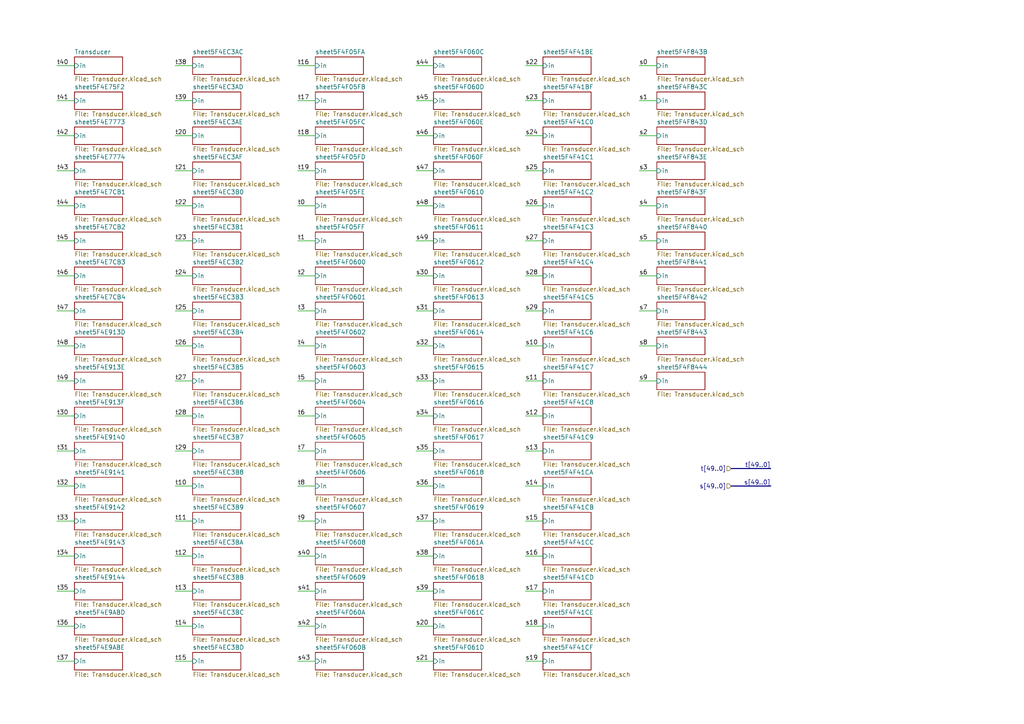
<source format=kicad_sch>
(kicad_sch (version 20230121) (generator eeschema)
  (paper "A4")
  (lib_symbols)
  (wire (pts (xy 190.5 90.17) (xy 185.42 90.17)))
  (wire (pts (xy 91.44 80.01) (xy 86.36 80.01)))
  (wire (pts (xy 157.48 171.45) (xy 152.4 171.45)))
  (wire (pts (xy 125.73 29.21) (xy 120.65 29.21)))
  (wire (pts (xy 21.59 151.13) (xy 16.51 151.13)))
  (wire (pts (xy 21.59 171.45) (xy 16.51 171.45)))
  (wire (pts (xy 190.5 100.33) (xy 185.42 100.33)))
  (wire (pts (xy 55.88 171.45) (xy 50.8 171.45)))
  (wire (pts (xy 21.59 90.17) (xy 16.51 90.17)))
  (wire (pts (xy 91.44 90.17) (xy 86.36 90.17)))
  (wire (pts (xy 125.73 69.85) (xy 120.65 69.85)))
  (wire (pts (xy 157.48 181.61) (xy 152.4 181.61)))
  (wire (pts (xy 21.59 59.69) (xy 16.51 59.69)))
  (wire (pts (xy 55.88 100.33) (xy 50.8 100.33)))
  (wire (pts (xy 55.88 181.61) (xy 50.8 181.61)))
  (wire (pts (xy 21.59 130.81) (xy 16.51 130.81)))
  (bus (pts (xy 212.09 140.97) (xy 223.52 140.97)))
  (wire (pts (xy 55.88 191.77) (xy 50.8 191.77)))
  (wire (pts (xy 21.59 120.65) (xy 16.51 120.65)))
  (wire (pts (xy 125.73 49.53) (xy 120.65 49.53)))
  (wire (pts (xy 21.59 49.53) (xy 16.51 49.53)))
  (wire (pts (xy 55.88 49.53) (xy 50.8 49.53)))
  (wire (pts (xy 125.73 19.05) (xy 120.65 19.05)))
  (wire (pts (xy 55.88 130.81) (xy 50.8 130.81)))
  (wire (pts (xy 157.48 80.01) (xy 152.4 80.01)))
  (wire (pts (xy 91.44 100.33) (xy 86.36 100.33)))
  (wire (pts (xy 91.44 181.61) (xy 86.36 181.61)))
  (wire (pts (xy 125.73 181.61) (xy 120.65 181.61)))
  (wire (pts (xy 91.44 59.69) (xy 86.36 59.69)))
  (wire (pts (xy 125.73 161.29) (xy 120.65 161.29)))
  (wire (pts (xy 55.88 161.29) (xy 50.8 161.29)))
  (wire (pts (xy 125.73 140.97) (xy 120.65 140.97)))
  (wire (pts (xy 91.44 161.29) (xy 86.36 161.29)))
  (wire (pts (xy 55.88 80.01) (xy 50.8 80.01)))
  (wire (pts (xy 91.44 120.65) (xy 86.36 120.65)))
  (wire (pts (xy 91.44 140.97) (xy 86.36 140.97)))
  (wire (pts (xy 125.73 130.81) (xy 120.65 130.81)))
  (wire (pts (xy 91.44 171.45) (xy 86.36 171.45)))
  (wire (pts (xy 190.5 29.21) (xy 185.42 29.21)))
  (wire (pts (xy 21.59 110.49) (xy 16.51 110.49)))
  (wire (pts (xy 157.48 140.97) (xy 152.4 140.97)))
  (wire (pts (xy 21.59 69.85) (xy 16.51 69.85)))
  (wire (pts (xy 55.88 90.17) (xy 50.8 90.17)))
  (wire (pts (xy 55.88 140.97) (xy 50.8 140.97)))
  (wire (pts (xy 157.48 161.29) (xy 152.4 161.29)))
  (wire (pts (xy 157.48 110.49) (xy 152.4 110.49)))
  (wire (pts (xy 157.48 69.85) (xy 152.4 69.85)))
  (wire (pts (xy 125.73 100.33) (xy 120.65 100.33)))
  (wire (pts (xy 21.59 161.29) (xy 16.51 161.29)))
  (wire (pts (xy 125.73 90.17) (xy 120.65 90.17)))
  (wire (pts (xy 21.59 100.33) (xy 16.51 100.33)))
  (wire (pts (xy 157.48 19.05) (xy 152.4 19.05)))
  (wire (pts (xy 190.5 59.69) (xy 185.42 59.69)))
  (wire (pts (xy 190.5 39.37) (xy 185.42 39.37)))
  (wire (pts (xy 157.48 130.81) (xy 152.4 130.81)))
  (wire (pts (xy 157.48 151.13) (xy 152.4 151.13)))
  (wire (pts (xy 91.44 39.37) (xy 86.36 39.37)))
  (wire (pts (xy 21.59 19.05) (xy 16.51 19.05)))
  (wire (pts (xy 125.73 171.45) (xy 120.65 171.45)))
  (wire (pts (xy 91.44 49.53) (xy 86.36 49.53)))
  (wire (pts (xy 157.48 120.65) (xy 152.4 120.65)))
  (wire (pts (xy 157.48 90.17) (xy 152.4 90.17)))
  (wire (pts (xy 190.5 80.01) (xy 185.42 80.01)))
  (wire (pts (xy 55.88 151.13) (xy 50.8 151.13)))
  (wire (pts (xy 190.5 49.53) (xy 185.42 49.53)))
  (wire (pts (xy 157.48 29.21) (xy 152.4 29.21)))
  (wire (pts (xy 55.88 29.21) (xy 50.8 29.21)))
  (wire (pts (xy 91.44 151.13) (xy 86.36 151.13)))
  (wire (pts (xy 21.59 80.01) (xy 16.51 80.01)))
  (wire (pts (xy 125.73 151.13) (xy 120.65 151.13)))
  (wire (pts (xy 91.44 130.81) (xy 86.36 130.81)))
  (wire (pts (xy 21.59 140.97) (xy 16.51 140.97)))
  (wire (pts (xy 91.44 191.77) (xy 86.36 191.77)))
  (bus (pts (xy 212.09 135.89) (xy 223.52 135.89)))
  (wire (pts (xy 55.88 69.85) (xy 50.8 69.85)))
  (wire (pts (xy 125.73 120.65) (xy 120.65 120.65)))
  (wire (pts (xy 55.88 59.69) (xy 50.8 59.69)))
  (wire (pts (xy 190.5 69.85) (xy 185.42 69.85)))
  (wire (pts (xy 125.73 39.37) (xy 120.65 39.37)))
  (wire (pts (xy 125.73 110.49) (xy 120.65 110.49)))
  (wire (pts (xy 21.59 39.37) (xy 16.51 39.37)))
  (wire (pts (xy 190.5 110.49) (xy 185.42 110.49)))
  (wire (pts (xy 157.48 39.37) (xy 152.4 39.37)))
  (wire (pts (xy 91.44 19.05) (xy 86.36 19.05)))
  (wire (pts (xy 157.48 59.69) (xy 152.4 59.69)))
  (wire (pts (xy 91.44 110.49) (xy 86.36 110.49)))
  (wire (pts (xy 55.88 39.37) (xy 50.8 39.37)))
  (wire (pts (xy 21.59 29.21) (xy 16.51 29.21)))
  (wire (pts (xy 157.48 100.33) (xy 152.4 100.33)))
  (wire (pts (xy 21.59 181.61) (xy 16.51 181.61)))
  (wire (pts (xy 125.73 59.69) (xy 120.65 59.69)))
  (wire (pts (xy 125.73 191.77) (xy 120.65 191.77)))
  (wire (pts (xy 21.59 191.77) (xy 16.51 191.77)))
  (wire (pts (xy 55.88 120.65) (xy 50.8 120.65)))
  (wire (pts (xy 55.88 110.49) (xy 50.8 110.49)))
  (wire (pts (xy 157.48 191.77) (xy 152.4 191.77)))
  (wire (pts (xy 55.88 19.05) (xy 50.8 19.05)))
  (wire (pts (xy 190.5 19.05) (xy 185.42 19.05)))
  (wire (pts (xy 91.44 69.85) (xy 86.36 69.85)))
  (wire (pts (xy 91.44 29.21) (xy 86.36 29.21)))
  (wire (pts (xy 157.48 49.53) (xy 152.4 49.53)))
  (wire (pts (xy 125.73 80.01) (xy 120.65 80.01)))
  (label "s21" (at 120.65 191.77 0))
  (label "t19" (at 86.36 49.53 0))
  (label "t9" (at 86.36 151.13 0))
  (label "t18" (at 86.36 39.37 0))
  (label "s42" (at 86.36 181.61 0))
  (label "t39" (at 50.8 29.21 0))
  (label "t13" (at 50.8 171.45 0))
  (label "s29" (at 152.4 90.17 0))
  (label "t25" (at 50.8 90.17 0))
  (label "t16" (at 86.36 19.05 0))
  (label "s25" (at 152.4 49.53 0))
  (label "t40" (at 16.51 19.05 0))
  (label "t1" (at 86.36 69.85 0))
  (label "t12" (at 50.8 161.29 0))
  (label "s17" (at 152.4 171.45 0))
  (label "s34" (at 120.65 120.65 0))
  (label "s40" (at 86.36 161.29 0))
  (label "t[49..0]" (at 223.52 135.89 180))
  (label "s11" (at 152.4 110.49 0))
  (label "t27" (at 50.8 110.49 0))
  (label "t5" (at 86.36 110.49 0))
  (label "t4" (at 86.36 100.33 0))
  (label "s3" (at 185.42 49.53 0))
  (label "t47" (at 16.51 90.17 0))
  (label "s33" (at 120.65 110.49 0))
  (label "t49" (at 16.51 110.49 0))
  (label "t0" (at 86.36 59.69 0))
  (label "t43" (at 16.51 49.53 0))
  (label "t21" (at 50.8 49.53 0))
  (label "s23" (at 152.4 29.21 0))
  (label "s35" (at 120.65 130.81 0))
  (label "s0" (at 185.42 19.05 0))
  (label "s43" (at 86.36 191.77 0))
  (label "s28" (at 152.4 80.01 0))
  (label "t29" (at 50.8 130.81 0))
  (label "t23" (at 50.8 69.85 0))
  (label "s32" (at 120.65 100.33 0))
  (label "s22" (at 152.4 19.05 0))
  (label "s19" (at 152.4 191.77 0))
  (label "s2" (at 185.42 39.37 0))
  (label "t32" (at 16.51 140.97 0))
  (label "t46" (at 16.51 80.01 0))
  (label "t44" (at 16.51 59.69 0))
  (label "t3" (at 86.36 90.17 0))
  (label "s46" (at 120.65 39.37 0))
  (label "s1" (at 185.42 29.21 0))
  (label "s31" (at 120.65 90.17 0))
  (label "s15" (at 152.4 151.13 0))
  (label "t11" (at 50.8 151.13 0))
  (label "s41" (at 86.36 171.45 0))
  (label "s8" (at 185.42 100.33 0))
  (label "s4" (at 185.42 59.69 0))
  (label "t6" (at 86.36 120.65 0))
  (label "s5" (at 185.42 69.85 0))
  (label "t22" (at 50.8 59.69 0))
  (label "s39" (at 120.65 171.45 0))
  (label "t31" (at 16.51 130.81 0))
  (label "s10" (at 152.4 100.33 0))
  (label "s49" (at 120.65 69.85 0))
  (label "s20" (at 120.65 181.61 0))
  (label "s44" (at 120.65 19.05 0))
  (label "s12" (at 152.4 120.65 0))
  (label "s30" (at 120.65 80.01 0))
  (label "s16" (at 152.4 161.29 0))
  (label "s37" (at 120.65 151.13 0))
  (label "t28" (at 50.8 120.65 0))
  (label "t37" (at 16.51 191.77 0))
  (label "s9" (at 185.42 110.49 0))
  (label "t8" (at 86.36 140.97 0))
  (label "t48" (at 16.51 100.33 0))
  (label "t33" (at 16.51 151.13 0))
  (label "t36" (at 16.51 181.61 0))
  (label "s45" (at 120.65 29.21 0))
  (label "t7" (at 86.36 130.81 0))
  (label "s24" (at 152.4 39.37 0))
  (label "t41" (at 16.51 29.21 0))
  (label "t24" (at 50.8 80.01 0))
  (label "t17" (at 86.36 29.21 0))
  (label "s48" (at 120.65 59.69 0))
  (label "t20" (at 50.8 39.37 0))
  (label "t30" (at 16.51 120.65 0))
  (label "t45" (at 16.51 69.85 0))
  (label "s6" (at 185.42 80.01 0))
  (label "s[49..0]" (at 223.52 140.97 180))
  (label "s38" (at 120.65 161.29 0))
  (label "s7" (at 185.42 90.17 0))
  (label "t15" (at 50.8 191.77 0))
  (label "s27" (at 152.4 69.85 0))
  (label "t35" (at 16.51 171.45 0))
  (label "s14" (at 152.4 140.97 0))
  (label "t10" (at 50.8 140.97 0))
  (label "s18" (at 152.4 181.61 0))
  (label "t34" (at 16.51 161.29 0))
  (label "s47" (at 120.65 49.53 0))
  (label "t38" (at 50.8 19.05 0))
  (label "t14" (at 50.8 181.61 0))
  (label "s36" (at 120.65 140.97 0))
  (label "s13" (at 152.4 130.81 0))
  (label "s26" (at 152.4 59.69 0))
  (label "t2" (at 86.36 80.01 0))
  (label "t42" (at 16.51 39.37 0))
  (label "t26" (at 50.8 100.33 0))
  (hierarchical_label "s[49..0]" (shape input) (at 212.09 140.97 180))
  (hierarchical_label "t[49..0]" (shape input) (at 212.09 135.89 180))
  (sheet (at 21.59 16.51) (size 13.97 5.08)
    (property "Sheetname" "Transducer" (at 21.59 15.7984 0) (effects (justify left bottom)))
    (property "Sheetfile" "Transducer.kicad_sch" (at 21.59 22.1746 0) (effects (justify left top)))
    (pin "in" input (at 21.59 19.05 180))
  )
  (sheet (at 21.59 26.67) (size 13.97 5.08)
    (property "Sheetname" "sheet5F4E75F2" (at 21.59 25.9584 0) (effects (justify left bottom)))
    (property "Sheetfile" "Transducer.kicad_sch" (at 21.59 32.3346 0) (effects (justify left top)))
    (pin "in" input (at 21.59 29.21 180))
  )
  (sheet (at 21.59 36.83) (size 13.97 5.08)
    (property "Sheetname" "sheet5F4E7773" (at 21.59 36.1184 0) (effects (justify left bottom)))
    (property "Sheetfile" "Transducer.kicad_sch" (at 21.59 42.4946 0) (effects (justify left top)))
    (pin "in" input (at 21.59 39.37 180))
  )
  (sheet (at 21.59 46.99) (size 13.97 5.08)
    (property "Sheetname" "sheet5F4E7774" (at 21.59 46.2784 0) (effects (justify left bottom)))
    (property "Sheetfile" "Transducer.kicad_sch" (at 21.59 52.6546 0) (effects (justify left top)))
    (pin "in" input (at 21.59 49.53 180))
  )
  (sheet (at 21.59 57.15) (size 13.97 5.08)
    (property "Sheetname" "sheet5F4E7CB1" (at 21.59 56.4384 0) (effects (justify left bottom)))
    (property "Sheetfile" "Transducer.kicad_sch" (at 21.59 62.8146 0) (effects (justify left top)))
    (pin "in" input (at 21.59 59.69 180))
  )
  (sheet (at 21.59 67.31) (size 13.97 5.08)
    (property "Sheetname" "sheet5F4E7CB2" (at 21.59 66.5984 0) (effects (justify left bottom)))
    (property "Sheetfile" "Transducer.kicad_sch" (at 21.59 72.9746 0) (effects (justify left top)))
    (pin "in" input (at 21.59 69.85 180))
  )
  (sheet (at 21.59 77.47) (size 13.97 5.08)
    (property "Sheetname" "sheet5F4E7CB3" (at 21.59 76.7584 0) (effects (justify left bottom)))
    (property "Sheetfile" "Transducer.kicad_sch" (at 21.59 83.1346 0) (effects (justify left top)))
    (pin "in" input (at 21.59 80.01 180))
  )
  (sheet (at 21.59 87.63) (size 13.97 5.08)
    (property "Sheetname" "sheet5F4E7CB4" (at 21.59 86.9184 0) (effects (justify left bottom)))
    (property "Sheetfile" "Transducer.kicad_sch" (at 21.59 93.2946 0) (effects (justify left top)))
    (pin "in" input (at 21.59 90.17 180))
  )
  (sheet (at 21.59 97.79) (size 13.97 5.08)
    (property "Sheetname" "sheet5F4E913D" (at 21.59 97.0784 0) (effects (justify left bottom)))
    (property "Sheetfile" "Transducer.kicad_sch" (at 21.59 103.4546 0) (effects (justify left top)))
    (pin "in" input (at 21.59 100.33 180))
  )
  (sheet (at 21.59 107.95) (size 13.97 5.08)
    (property "Sheetname" "sheet5F4E913E" (at 21.59 107.2384 0) (effects (justify left bottom)))
    (property "Sheetfile" "Transducer.kicad_sch" (at 21.59 113.6146 0) (effects (justify left top)))
    (pin "in" input (at 21.59 110.49 180))
  )
  (sheet (at 21.59 118.11) (size 13.97 5.08)
    (property "Sheetname" "sheet5F4E913F" (at 21.59 117.3984 0) (effects (justify left bottom)))
    (property "Sheetfile" "Transducer.kicad_sch" (at 21.59 123.7746 0) (effects (justify left top)))
    (pin "in" input (at 21.59 120.65 180))
  )
  (sheet (at 21.59 128.27) (size 13.97 5.08)
    (property "Sheetname" "sheet5F4E9140" (at 21.59 127.5584 0) (effects (justify left bottom)))
    (property "Sheetfile" "Transducer.kicad_sch" (at 21.59 133.9346 0) (effects (justify left top)))
    (pin "in" input (at 21.59 130.81 180))
  )
  (sheet (at 21.59 138.43) (size 13.97 5.08)
    (property "Sheetname" "sheet5F4E9141" (at 21.59 137.7184 0) (effects (justify left bottom)))
    (property "Sheetfile" "Transducer.kicad_sch" (at 21.59 144.0946 0) (effects (justify left top)))
    (pin "in" input (at 21.59 140.97 180))
  )
  (sheet (at 21.59 148.59) (size 13.97 5.08)
    (property "Sheetname" "sheet5F4E9142" (at 21.59 147.8784 0) (effects (justify left bottom)))
    (property "Sheetfile" "Transducer.kicad_sch" (at 21.59 154.2546 0) (effects (justify left top)))
    (pin "in" input (at 21.59 151.13 180))
  )
  (sheet (at 21.59 158.75) (size 13.97 5.08)
    (property "Sheetname" "sheet5F4E9143" (at 21.59 158.0384 0) (effects (justify left bottom)))
    (property "Sheetfile" "Transducer.kicad_sch" (at 21.59 164.4146 0) (effects (justify left top)))
    (pin "in" input (at 21.59 161.29 180))
  )
  (sheet (at 21.59 168.91) (size 13.97 5.08)
    (property "Sheetname" "sheet5F4E9144" (at 21.59 168.1984 0) (effects (justify left bottom)))
    (property "Sheetfile" "Transducer.kicad_sch" (at 21.59 174.5746 0) (effects (justify left top)))
    (pin "in" input (at 21.59 171.45 180))
  )
  (sheet (at 21.59 179.07) (size 13.97 5.08)
    (property "Sheetname" "sheet5F4E9ABD" (at 21.59 178.3584 0) (effects (justify left bottom)))
    (property "Sheetfile" "Transducer.kicad_sch" (at 21.59 184.7346 0) (effects (justify left top)))
    (pin "in" input (at 21.59 181.61 180))
  )
  (sheet (at 21.59 189.23) (size 13.97 5.08)
    (property "Sheetname" "sheet5F4E9ABE" (at 21.59 188.5184 0) (effects (justify left bottom)))
    (property "Sheetfile" "Transducer.kicad_sch" (at 21.59 194.8946 0) (effects (justify left top)))
    (pin "in" input (at 21.59 191.77 180))
  )
  (sheet (at 55.88 16.51) (size 13.97 5.08)
    (property "Sheetname" "sheet5F4EC3AC" (at 55.88 15.7984 0) (effects (justify left bottom)))
    (property "Sheetfile" "Transducer.kicad_sch" (at 55.88 22.1746 0) (effects (justify left top)))
    (pin "in" input (at 55.88 19.05 180))
  )
  (sheet (at 55.88 26.67) (size 13.97 5.08)
    (property "Sheetname" "sheet5F4EC3AD" (at 55.88 25.9584 0) (effects (justify left bottom)))
    (property "Sheetfile" "Transducer.kicad_sch" (at 55.88 32.3346 0) (effects (justify left top)))
    (pin "in" input (at 55.88 29.21 180))
  )
  (sheet (at 55.88 36.83) (size 13.97 5.08)
    (property "Sheetname" "sheet5F4EC3AE" (at 55.88 36.1184 0) (effects (justify left bottom)))
    (property "Sheetfile" "Transducer.kicad_sch" (at 55.88 42.4946 0) (effects (justify left top)))
    (pin "in" input (at 55.88 39.37 180))
  )
  (sheet (at 55.88 46.99) (size 13.97 5.08)
    (property "Sheetname" "sheet5F4EC3AF" (at 55.88 46.2784 0) (effects (justify left bottom)))
    (property "Sheetfile" "Transducer.kicad_sch" (at 55.88 52.6546 0) (effects (justify left top)))
    (pin "in" input (at 55.88 49.53 180))
  )
  (sheet (at 55.88 57.15) (size 13.97 5.08)
    (property "Sheetname" "sheet5F4EC3B0" (at 55.88 56.4384 0) (effects (justify left bottom)))
    (property "Sheetfile" "Transducer.kicad_sch" (at 55.88 62.8146 0) (effects (justify left top)))
    (pin "in" input (at 55.88 59.69 180))
  )
  (sheet (at 55.88 67.31) (size 13.97 5.08)
    (property "Sheetname" "sheet5F4EC3B1" (at 55.88 66.5984 0) (effects (justify left bottom)))
    (property "Sheetfile" "Transducer.kicad_sch" (at 55.88 72.9746 0) (effects (justify left top)))
    (pin "in" input (at 55.88 69.85 180))
  )
  (sheet (at 55.88 77.47) (size 13.97 5.08)
    (property "Sheetname" "sheet5F4EC3B2" (at 55.88 76.7584 0) (effects (justify left bottom)))
    (property "Sheetfile" "Transducer.kicad_sch" (at 55.88 83.1346 0) (effects (justify left top)))
    (pin "in" input (at 55.88 80.01 180))
  )
  (sheet (at 55.88 87.63) (size 13.97 5.08)
    (property "Sheetname" "sheet5F4EC3B3" (at 55.88 86.9184 0) (effects (justify left bottom)))
    (property "Sheetfile" "Transducer.kicad_sch" (at 55.88 93.2946 0) (effects (justify left top)))
    (pin "in" input (at 55.88 90.17 180))
  )
  (sheet (at 55.88 97.79) (size 13.97 5.08)
    (property "Sheetname" "sheet5F4EC3B4" (at 55.88 97.0784 0) (effects (justify left bottom)))
    (property "Sheetfile" "Transducer.kicad_sch" (at 55.88 103.4546 0) (effects (justify left top)))
    (pin "in" input (at 55.88 100.33 180))
  )
  (sheet (at 55.88 107.95) (size 13.97 5.08)
    (property "Sheetname" "sheet5F4EC3B5" (at 55.88 107.2384 0) (effects (justify left bottom)))
    (property "Sheetfile" "Transducer.kicad_sch" (at 55.88 113.6146 0) (effects (justify left top)))
    (pin "in" input (at 55.88 110.49 180))
  )
  (sheet (at 55.88 118.11) (size 13.97 5.08)
    (property "Sheetname" "sheet5F4EC3B6" (at 55.88 117.3984 0) (effects (justify left bottom)))
    (property "Sheetfile" "Transducer.kicad_sch" (at 55.88 123.7746 0) (effects (justify left top)))
    (pin "in" input (at 55.88 120.65 180))
  )
  (sheet (at 55.88 128.27) (size 13.97 5.08)
    (property "Sheetname" "sheet5F4EC3B7" (at 55.88 127.5584 0) (effects (justify left bottom)))
    (property "Sheetfile" "Transducer.kicad_sch" (at 55.88 133.9346 0) (effects (justify left top)))
    (pin "in" input (at 55.88 130.81 180))
  )
  (sheet (at 55.88 138.43) (size 13.97 5.08)
    (property "Sheetname" "sheet5F4EC3B8" (at 55.88 137.7184 0) (effects (justify left bottom)))
    (property "Sheetfile" "Transducer.kicad_sch" (at 55.88 144.0946 0) (effects (justify left top)))
    (pin "in" input (at 55.88 140.97 180))
  )
  (sheet (at 55.88 148.59) (size 13.97 5.08)
    (property "Sheetname" "sheet5F4EC3B9" (at 55.88 147.8784 0) (effects (justify left bottom)))
    (property "Sheetfile" "Transducer.kicad_sch" (at 55.88 154.2546 0) (effects (justify left top)))
    (pin "in" input (at 55.88 151.13 180))
  )
  (sheet (at 55.88 158.75) (size 13.97 5.08)
    (property "Sheetname" "sheet5F4EC3BA" (at 55.88 158.0384 0) (effects (justify left bottom)))
    (property "Sheetfile" "Transducer.kicad_sch" (at 55.88 164.4146 0) (effects (justify left top)))
    (pin "in" input (at 55.88 161.29 180))
  )
  (sheet (at 55.88 168.91) (size 13.97 5.08)
    (property "Sheetname" "sheet5F4EC3BB" (at 55.88 168.1984 0) (effects (justify left bottom)))
    (property "Sheetfile" "Transducer.kicad_sch" (at 55.88 174.5746 0) (effects (justify left top)))
    (pin "in" input (at 55.88 171.45 180))
  )
  (sheet (at 55.88 179.07) (size 13.97 5.08)
    (property "Sheetname" "sheet5F4EC3BC" (at 55.88 178.3584 0) (effects (justify left bottom)))
    (property "Sheetfile" "Transducer.kicad_sch" (at 55.88 184.7346 0) (effects (justify left top)))
    (pin "in" input (at 55.88 181.61 180))
  )
  (sheet (at 55.88 189.23) (size 13.97 5.08)
    (property "Sheetname" "sheet5F4EC3BD" (at 55.88 188.5184 0) (effects (justify left bottom)))
    (property "Sheetfile" "Transducer.kicad_sch" (at 55.88 194.8946 0) (effects (justify left top)))
    (pin "in" input (at 55.88 191.77 180))
  )
  (sheet (at 91.44 16.51) (size 13.97 5.08)
    (property "Sheetname" "sheet5F4F05FA" (at 91.44 15.7984 0) (effects (justify left bottom)))
    (property "Sheetfile" "Transducer.kicad_sch" (at 91.44 22.1746 0) (effects (justify left top)))
    (pin "in" input (at 91.44 19.05 180))
  )
  (sheet (at 91.44 26.67) (size 13.97 5.08)
    (property "Sheetname" "sheet5F4F05FB" (at 91.44 25.9584 0) (effects (justify left bottom)))
    (property "Sheetfile" "Transducer.kicad_sch" (at 91.44 32.3346 0) (effects (justify left top)))
    (pin "in" input (at 91.44 29.21 180))
  )
  (sheet (at 91.44 36.83) (size 13.97 5.08)
    (property "Sheetname" "sheet5F4F05FC" (at 91.44 36.1184 0) (effects (justify left bottom)))
    (property "Sheetfile" "Transducer.kicad_sch" (at 91.44 42.4946 0) (effects (justify left top)))
    (pin "in" input (at 91.44 39.37 180))
  )
  (sheet (at 91.44 46.99) (size 13.97 5.08)
    (property "Sheetname" "sheet5F4F05FD" (at 91.44 46.2784 0) (effects (justify left bottom)))
    (property "Sheetfile" "Transducer.kicad_sch" (at 91.44 52.6546 0) (effects (justify left top)))
    (pin "in" input (at 91.44 49.53 180))
  )
  (sheet (at 91.44 57.15) (size 13.97 5.08)
    (property "Sheetname" "sheet5F4F05FE" (at 91.44 56.4384 0) (effects (justify left bottom)))
    (property "Sheetfile" "Transducer.kicad_sch" (at 91.44 62.8146 0) (effects (justify left top)))
    (pin "in" input (at 91.44 59.69 180))
  )
  (sheet (at 91.44 67.31) (size 13.97 5.08)
    (property "Sheetname" "sheet5F4F05FF" (at 91.44 66.5984 0) (effects (justify left bottom)))
    (property "Sheetfile" "Transducer.kicad_sch" (at 91.44 72.9746 0) (effects (justify left top)))
    (pin "in" input (at 91.44 69.85 180))
  )
  (sheet (at 91.44 77.47) (size 13.97 5.08)
    (property "Sheetname" "sheet5F4F0600" (at 91.44 76.7584 0) (effects (justify left bottom)))
    (property "Sheetfile" "Transducer.kicad_sch" (at 91.44 83.1346 0) (effects (justify left top)))
    (pin "in" input (at 91.44 80.01 180))
  )
  (sheet (at 91.44 87.63) (size 13.97 5.08)
    (property "Sheetname" "sheet5F4F0601" (at 91.44 86.9184 0) (effects (justify left bottom)))
    (property "Sheetfile" "Transducer.kicad_sch" (at 91.44 93.2946 0) (effects (justify left top)))
    (pin "in" input (at 91.44 90.17 180))
  )
  (sheet (at 91.44 97.79) (size 13.97 5.08)
    (property "Sheetname" "sheet5F4F0602" (at 91.44 97.0784 0) (effects (justify left bottom)))
    (property "Sheetfile" "Transducer.kicad_sch" (at 91.44 103.4546 0) (effects (justify left top)))
    (pin "in" input (at 91.44 100.33 180))
  )
  (sheet (at 91.44 107.95) (size 13.97 5.08)
    (property "Sheetname" "sheet5F4F0603" (at 91.44 107.2384 0) (effects (justify left bottom)))
    (property "Sheetfile" "Transducer.kicad_sch" (at 91.44 113.6146 0) (effects (justify left top)))
    (pin "in" input (at 91.44 110.49 180))
  )
  (sheet (at 91.44 118.11) (size 13.97 5.08)
    (property "Sheetname" "sheet5F4F0604" (at 91.44 117.3984 0) (effects (justify left bottom)))
    (property "Sheetfile" "Transducer.kicad_sch" (at 91.44 123.7746 0) (effects (justify left top)))
    (pin "in" input (at 91.44 120.65 180))
  )
  (sheet (at 91.44 128.27) (size 13.97 5.08)
    (property "Sheetname" "sheet5F4F0605" (at 91.44 127.5584 0) (effects (justify left bottom)))
    (property "Sheetfile" "Transducer.kicad_sch" (at 91.44 133.9346 0) (effects (justify left top)))
    (pin "in" input (at 91.44 130.81 180))
  )
  (sheet (at 91.44 138.43) (size 13.97 5.08)
    (property "Sheetname" "sheet5F4F0606" (at 91.44 137.7184 0) (effects (justify left bottom)))
    (property "Sheetfile" "Transducer.kicad_sch" (at 91.44 144.0946 0) (effects (justify left top)))
    (pin "in" input (at 91.44 140.97 180))
  )
  (sheet (at 91.44 148.59) (size 13.97 5.08)
    (property "Sheetname" "sheet5F4F0607" (at 91.44 147.8784 0) (effects (justify left bottom)))
    (property "Sheetfile" "Transducer.kicad_sch" (at 91.44 154.2546 0) (effects (justify left top)))
    (pin "in" input (at 91.44 151.13 180))
  )
  (sheet (at 91.44 158.75) (size 13.97 5.08)
    (property "Sheetname" "sheet5F4F0608" (at 91.44 158.0384 0) (effects (justify left bottom)))
    (property "Sheetfile" "Transducer.kicad_sch" (at 91.44 164.4146 0) (effects (justify left top)))
    (pin "in" input (at 91.44 161.29 180))
  )
  (sheet (at 91.44 168.91) (size 13.97 5.08)
    (property "Sheetname" "sheet5F4F0609" (at 91.44 168.1984 0) (effects (justify left bottom)))
    (property "Sheetfile" "Transducer.kicad_sch" (at 91.44 174.5746 0) (effects (justify left top)))
    (pin "in" input (at 91.44 171.45 180))
  )
  (sheet (at 91.44 179.07) (size 13.97 5.08)
    (property "Sheetname" "sheet5F4F060A" (at 91.44 178.3584 0) (effects (justify left bottom)))
    (property "Sheetfile" "Transducer.kicad_sch" (at 91.44 184.7346 0) (effects (justify left top)))
    (pin "in" input (at 91.44 181.61 180))
  )
  (sheet (at 91.44 189.23) (size 13.97 5.08)
    (property "Sheetname" "sheet5F4F060B" (at 91.44 188.5184 0) (effects (justify left bottom)))
    (property "Sheetfile" "Transducer.kicad_sch" (at 91.44 194.8946 0) (effects (justify left top)))
    (pin "in" input (at 91.44 191.77 180))
  )
  (sheet (at 125.73 16.51) (size 13.97 5.08)
    (property "Sheetname" "sheet5F4F060C" (at 125.73 15.7984 0) (effects (justify left bottom)))
    (property "Sheetfile" "Transducer.kicad_sch" (at 125.73 22.1746 0) (effects (justify left top)))
    (pin "in" input (at 125.73 19.05 180))
  )
  (sheet (at 125.73 26.67) (size 13.97 5.08)
    (property "Sheetname" "sheet5F4F060D" (at 125.73 25.9584 0) (effects (justify left bottom)))
    (property "Sheetfile" "Transducer.kicad_sch" (at 125.73 32.3346 0) (effects (justify left top)))
    (pin "in" input (at 125.73 29.21 180))
  )
  (sheet (at 125.73 36.83) (size 13.97 5.08)
    (property "Sheetname" "sheet5F4F060E" (at 125.73 36.1184 0) (effects (justify left bottom)))
    (property "Sheetfile" "Transducer.kicad_sch" (at 125.73 42.4946 0) (effects (justify left top)))
    (pin "in" input (at 125.73 39.37 180))
  )
  (sheet (at 125.73 46.99) (size 13.97 5.08)
    (property "Sheetname" "sheet5F4F060F" (at 125.73 46.2784 0) (effects (justify left bottom)))
    (property "Sheetfile" "Transducer.kicad_sch" (at 125.73 52.6546 0) (effects (justify left top)))
    (pin "in" input (at 125.73 49.53 180))
  )
  (sheet (at 125.73 57.15) (size 13.97 5.08)
    (property "Sheetname" "sheet5F4F0610" (at 125.73 56.4384 0) (effects (justify left bottom)))
    (property "Sheetfile" "Transducer.kicad_sch" (at 125.73 62.8146 0) (effects (justify left top)))
    (pin "in" input (at 125.73 59.69 180))
  )
  (sheet (at 125.73 67.31) (size 13.97 5.08)
    (property "Sheetname" "sheet5F4F0611" (at 125.73 66.5984 0) (effects (justify left bottom)))
    (property "Sheetfile" "Transducer.kicad_sch" (at 125.73 72.9746 0) (effects (justify left top)))
    (pin "in" input (at 125.73 69.85 180))
  )
  (sheet (at 125.73 77.47) (size 13.97 5.08)
    (property "Sheetname" "sheet5F4F0612" (at 125.73 76.7584 0) (effects (justify left bottom)))
    (property "Sheetfile" "Transducer.kicad_sch" (at 125.73 83.1346 0) (effects (justify left top)))
    (pin "in" input (at 125.73 80.01 180))
  )
  (sheet (at 125.73 87.63) (size 13.97 5.08)
    (property "Sheetname" "sheet5F4F0613" (at 125.73 86.9184 0) (effects (justify left bottom)))
    (property "Sheetfile" "Transducer.kicad_sch" (at 125.73 93.2946 0) (effects (justify left top)))
    (pin "in" input (at 125.73 90.17 180))
  )
  (sheet (at 125.73 97.79) (size 13.97 5.08)
    (property "Sheetname" "sheet5F4F0614" (at 125.73 97.0784 0) (effects (justify left bottom)))
    (property "Sheetfile" "Transducer.kicad_sch" (at 125.73 103.4546 0) (effects (justify left top)))
    (pin "in" input (at 125.73 100.33 180))
  )
  (sheet (at 125.73 107.95) (size 13.97 5.08)
    (property "Sheetname" "sheet5F4F0615" (at 125.73 107.2384 0) (effects (justify left bottom)))
    (property "Sheetfile" "Transducer.kicad_sch" (at 125.73 113.6146 0) (effects (justify left top)))
    (pin "in" input (at 125.73 110.49 180))
  )
  (sheet (at 125.73 118.11) (size 13.97 5.08)
    (property "Sheetname" "sheet5F4F0616" (at 125.73 117.3984 0) (effects (justify left bottom)))
    (property "Sheetfile" "Transducer.kicad_sch" (at 125.73 123.7746 0) (effects (justify left top)))
    (pin "in" input (at 125.73 120.65 180))
  )
  (sheet (at 125.73 128.27) (size 13.97 5.08)
    (property "Sheetname" "sheet5F4F0617" (at 125.73 127.5584 0) (effects (justify left bottom)))
    (property "Sheetfile" "Transducer.kicad_sch" (at 125.73 133.9346 0) (effects (justify left top)))
    (pin "in" input (at 125.73 130.81 180))
  )
  (sheet (at 125.73 138.43) (size 13.97 5.08)
    (property "Sheetname" "sheet5F4F0618" (at 125.73 137.7184 0) (effects (justify left bottom)))
    (property "Sheetfile" "Transducer.kicad_sch" (at 125.73 144.0946 0) (effects (justify left top)))
    (pin "in" input (at 125.73 140.97 180))
  )
  (sheet (at 125.73 148.59) (size 13.97 5.08)
    (property "Sheetname" "sheet5F4F0619" (at 125.73 147.8784 0) (effects (justify left bottom)))
    (property "Sheetfile" "Transducer.kicad_sch" (at 125.73 154.2546 0) (effects (justify left top)))
    (pin "in" input (at 125.73 151.13 180))
  )
  (sheet (at 125.73 158.75) (size 13.97 5.08)
    (property "Sheetname" "sheet5F4F061A" (at 125.73 158.0384 0) (effects (justify left bottom)))
    (property "Sheetfile" "Transducer.kicad_sch" (at 125.73 164.4146 0) (effects (justify left top)))
    (pin "in" input (at 125.73 161.29 180))
  )
  (sheet (at 125.73 168.91) (size 13.97 5.08)
    (property "Sheetname" "sheet5F4F061B" (at 125.73 168.1984 0) (effects (justify left bottom)))
    (property "Sheetfile" "Transducer.kicad_sch" (at 125.73 174.5746 0) (effects (justify left top)))
    (pin "in" input (at 125.73 171.45 180))
  )
  (sheet (at 125.73 179.07) (size 13.97 5.08)
    (property "Sheetname" "sheet5F4F061C" (at 125.73 178.3584 0) (effects (justify left bottom)))
    (property "Sheetfile" "Transducer.kicad_sch" (at 125.73 184.7346 0) (effects (justify left top)))
    (pin "in" input (at 125.73 181.61 180))
  )
  (sheet (at 125.73 189.23) (size 13.97 5.08)
    (property "Sheetname" "sheet5F4F061D" (at 125.73 188.5184 0) (effects (justify left bottom)))
    (property "Sheetfile" "Transducer.kicad_sch" (at 125.73 194.8946 0) (effects (justify left top)))
    (pin "in" input (at 125.73 191.77 180))
  )
  (sheet (at 157.48 16.51) (size 13.97 5.08)
    (property "Sheetname" "sheet5F4F41BE" (at 157.48 15.7984 0) (effects (justify left bottom)))
    (property "Sheetfile" "Transducer.kicad_sch" (at 157.48 22.1746 0) (effects (justify left top)))
    (pin "in" input (at 157.48 19.05 180))
  )
  (sheet (at 157.48 26.67) (size 13.97 5.08)
    (property "Sheetname" "sheet5F4F41BF" (at 157.48 25.9584 0) (effects (justify left bottom)))
    (property "Sheetfile" "Transducer.kicad_sch" (at 157.48 32.3346 0) (effects (justify left top)))
    (pin "in" input (at 157.48 29.21 180))
  )
  (sheet (at 157.48 36.83) (size 13.97 5.08)
    (property "Sheetname" "sheet5F4F41C0" (at 157.48 36.1184 0) (effects (justify left bottom)))
    (property "Sheetfile" "Transducer.kicad_sch" (at 157.48 42.4946 0) (effects (justify left top)))
    (pin "in" input (at 157.48 39.37 180))
  )
  (sheet (at 157.48 46.99) (size 13.97 5.08)
    (property "Sheetname" "sheet5F4F41C1" (at 157.48 46.2784 0) (effects (justify left bottom)))
    (property "Sheetfile" "Transducer.kicad_sch" (at 157.48 52.6546 0) (effects (justify left top)))
    (pin "in" input (at 157.48 49.53 180))
  )
  (sheet (at 157.48 57.15) (size 13.97 5.08)
    (property "Sheetname" "sheet5F4F41C2" (at 157.48 56.4384 0) (effects (justify left bottom)))
    (property "Sheetfile" "Transducer.kicad_sch" (at 157.48 62.8146 0) (effects (justify left top)))
    (pin "in" input (at 157.48 59.69 180))
  )
  (sheet (at 157.48 67.31) (size 13.97 5.08)
    (property "Sheetname" "sheet5F4F41C3" (at 157.48 66.5984 0) (effects (justify left bottom)))
    (property "Sheetfile" "Transducer.kicad_sch" (at 157.48 72.9746 0) (effects (justify left top)))
    (pin "in" input (at 157.48 69.85 180))
  )
  (sheet (at 157.48 77.47) (size 13.97 5.08)
    (property "Sheetname" "sheet5F4F41C4" (at 157.48 76.7584 0) (effects (justify left bottom)))
    (property "Sheetfile" "Transducer.kicad_sch" (at 157.48 83.1346 0) (effects (justify left top)))
    (pin "in" input (at 157.48 80.01 180))
  )
  (sheet (at 157.48 87.63) (size 13.97 5.08)
    (property "Sheetname" "sheet5F4F41C5" (at 157.48 86.9184 0) (effects (justify left bottom)))
    (property "Sheetfile" "Transducer.kicad_sch" (at 157.48 93.2946 0) (effects (justify left top)))
    (pin "in" input (at 157.48 90.17 180))
  )
  (sheet (at 157.48 97.79) (size 13.97 5.08)
    (property "Sheetname" "sheet5F4F41C6" (at 157.48 97.0784 0) (effects (justify left bottom)))
    (property "Sheetfile" "Transducer.kicad_sch" (at 157.48 103.4546 0) (effects (justify left top)))
    (pin "in" input (at 157.48 100.33 180))
  )
  (sheet (at 157.48 107.95) (size 13.97 5.08)
    (property "Sheetname" "sheet5F4F41C7" (at 157.48 107.2384 0) (effects (justify left bottom)))
    (property "Sheetfile" "Transducer.kicad_sch" (at 157.48 113.6146 0) (effects (justify left top)))
    (pin "in" input (at 157.48 110.49 180))
  )
  (sheet (at 157.48 118.11) (size 13.97 5.08)
    (property "Sheetname" "sheet5F4F41C8" (at 157.48 117.3984 0) (effects (justify left bottom)))
    (property "Sheetfile" "Transducer.kicad_sch" (at 157.48 123.7746 0) (effects (justify left top)))
    (pin "in" input (at 157.48 120.65 180))
  )
  (sheet (at 157.48 128.27) (size 13.97 5.08)
    (property "Sheetname" "sheet5F4F41C9" (at 157.48 127.5584 0) (effects (justify left bottom)))
    (property "Sheetfile" "Transducer.kicad_sch" (at 157.48 133.9346 0) (effects (justify left top)))
    (pin "in" input (at 157.48 130.81 180))
  )
  (sheet (at 157.48 138.43) (size 13.97 5.08)
    (property "Sheetname" "sheet5F4F41CA" (at 157.48 137.7184 0) (effects (justify left bottom)))
    (property "Sheetfile" "Transducer.kicad_sch" (at 157.48 144.0946 0) (effects (justify left top)))
    (pin "in" input (at 157.48 140.97 180))
  )
  (sheet (at 157.48 148.59) (size 13.97 5.08)
    (property "Sheetname" "sheet5F4F41CB" (at 157.48 147.8784 0) (effects (justify left bottom)))
    (property "Sheetfile" "Transducer.kicad_sch" (at 157.48 154.2546 0) (effects (justify left top)))
    (pin "in" input (at 157.48 151.13 180))
  )
  (sheet (at 157.48 158.75) (size 13.97 5.08)
    (property "Sheetname" "sheet5F4F41CC" (at 157.48 158.0384 0) (effects (justify left bottom)))
    (property "Sheetfile" "Transducer.kicad_sch" (at 157.48 164.4146 0) (effects (justify left top)))
    (pin "in" input (at 157.48 161.29 180))
  )
  (sheet (at 157.48 168.91) (size 13.97 5.08)
    (property "Sheetname" "sheet5F4F41CD" (at 157.48 168.1984 0) (effects (justify left bottom)))
    (property "Sheetfile" "Transducer.kicad_sch" (at 157.48 174.5746 0) (effects (justify left top)))
    (pin "in" input (at 157.48 171.45 180))
  )
  (sheet (at 157.48 179.07) (size 13.97 5.08)
    (property "Sheetname" "sheet5F4F41CE" (at 157.48 178.3584 0) (effects (justify left bottom)))
    (property "Sheetfile" "Transducer.kicad_sch" (at 157.48 184.7346 0) (effects (justify left top)))
    (pin "in" input (at 157.48 181.61 180))
  )
  (sheet (at 157.48 189.23) (size 13.97 5.08)
    (property "Sheetname" "sheet5F4F41CF" (at 157.48 188.5184 0) (effects (justify left bottom)))
    (property "Sheetfile" "Transducer.kicad_sch" (at 157.48 194.8946 0) (effects (justify left top)))
    (pin "in" input (at 157.48 191.77 180))
  )
  (sheet (at 190.5 16.51) (size 13.97 5.08)
    (property "Sheetname" "sheet5F4F843B" (at 190.5 15.7984 0) (effects (justify left bottom)))
    (property "Sheetfile" "Transducer.kicad_sch" (at 190.5 22.1746 0) (effects (justify left top)))
    (pin "in" input (at 190.5 19.05 180))
  )
  (sheet (at 190.5 26.67) (size 13.97 5.08)
    (property "Sheetname" "sheet5F4F843C" (at 190.5 25.9584 0) (effects (justify left bottom)))
    (property "Sheetfile" "Transducer.kicad_sch" (at 190.5 32.3346 0) (effects (justify left top)))
    (pin "in" input (at 190.5 29.21 180))
  )
  (sheet (at 190.5 36.83) (size 13.97 5.08)
    (property "Sheetname" "sheet5F4F843D" (at 190.5 36.1184 0) (effects (justify left bottom)))
    (property "Sheetfile" "Transducer.kicad_sch" (at 190.5 42.4946 0) (effects (justify left top)))
    (pin "in" input (at 190.5 39.37 180))
  )
  (sheet (at 190.5 46.99) (size 13.97 5.08)
    (property "Sheetname" "sheet5F4F843E" (at 190.5 46.2784 0) (effects (justify left bottom)))
    (property "Sheetfile" "Transducer.kicad_sch" (at 190.5 52.6546 0) (effects (justify left top)))
    (pin "in" input (at 190.5 49.53 180))
  )
  (sheet (at 190.5 57.15) (size 13.97 5.08)
    (property "Sheetname" "sheet5F4F843F" (at 190.5 56.4384 0) (effects (justify left bottom)))
    (property "Sheetfile" "Transducer.kicad_sch" (at 190.5 62.8146 0) (effects (justify left top)))
    (pin "in" input (at 190.5 59.69 180))
  )
  (sheet (at 190.5 67.31) (size 13.97 5.08)
    (property "Sheetname" "sheet5F4F8440" (at 190.5 66.5984 0) (effects (justify left bottom)))
    (property "Sheetfile" "Transducer.kicad_sch" (at 190.5 72.9746 0) (effects (justify left top)))
    (pin "in" input (at 190.5 69.85 180))
  )
  (sheet (at 190.5 77.47) (size 13.97 5.08)
    (property "Sheetname" "sheet5F4F8441" (at 190.5 76.7584 0) (effects (justify left bottom)))
    (property "Sheetfile" "Transducer.kicad_sch" (at 190.5 83.1346 0) (effects (justify left top)))
    (pin "in" input (at 190.5 80.01 180))
  )
  (sheet (at 190.5 87.63) (size 13.97 5.08)
    (property "Sheetname" "sheet5F4F8442" (at 190.5 86.9184 0) (effects (justify left bottom)))
    (property "Sheetfile" "Transducer.kicad_sch" (at 190.5 93.2946 0) (effects (justify left top)))
    (pin "in" input (at 190.5 90.17 180))
  )
  (sheet (at 190.5 97.79) (size 13.97 5.08)
    (property "Sheetname" "sheet5F4F8443" (at 190.5 97.0784 0) (effects (justify left bottom)))
    (property "Sheetfile" "Transducer.kicad_sch" (at 190.5 103.4546 0) (effects (justify left top)))
    (pin "in" input (at 190.5 100.33 180))
  )
  (sheet (at 190.5 107.95) (size 13.97 5.08)
    (property "Sheetname" "sheet5F4F8444" (at 190.5 107.2384 0) (effects (justify left bottom)))
    (property "Sheetfile" "Transducer.kicad_sch" (at 190.5 113.6146 0) (effects (justify left top)))
    (pin "in" input (at 190.5 110.49 180))
  )
)
</source>
